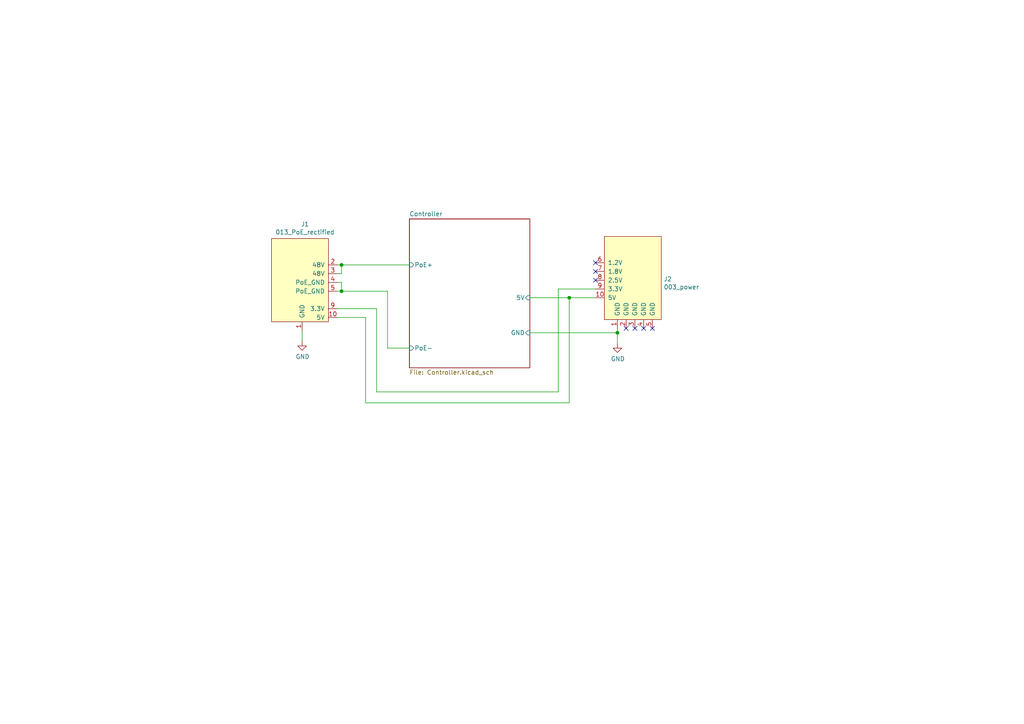
<source format=kicad_sch>
(kicad_sch (version 20211123) (generator eeschema)

  (uuid c201e1b2-fc01-4110-bdaa-a33290468c83)

  (paper "A4")

  (lib_symbols
    (symbol "power:GND" (power) (pin_names (offset 0)) (in_bom yes) (on_board yes)
      (property "Reference" "#PWR" (id 0) (at 0 -6.35 0)
        (effects (font (size 1.27 1.27)) hide)
      )
      (property "Value" "GND" (id 1) (at 0 -3.81 0)
        (effects (font (size 1.27 1.27)))
      )
      (property "Footprint" "" (id 2) (at 0 0 0)
        (effects (font (size 1.27 1.27)) hide)
      )
      (property "Datasheet" "" (id 3) (at 0 0 0)
        (effects (font (size 1.27 1.27)) hide)
      )
      (property "ki_keywords" "power-flag" (id 4) (at 0 0 0)
        (effects (font (size 1.27 1.27)) hide)
      )
      (property "ki_description" "Power symbol creates a global label with name \"GND\" , ground" (id 5) (at 0 0 0)
        (effects (font (size 1.27 1.27)) hide)
      )
      (symbol "GND_0_1"
        (polyline
          (pts
            (xy 0 0)
            (xy 0 -1.27)
            (xy 1.27 -1.27)
            (xy 0 -2.54)
            (xy -1.27 -1.27)
            (xy 0 -1.27)
          )
          (stroke (width 0) (type default) (color 0 0 0 0))
          (fill (type none))
        )
      )
      (symbol "GND_1_1"
        (pin power_in line (at 0 0 270) (length 0) hide
          (name "GND" (effects (font (size 1.27 1.27))))
          (number "1" (effects (font (size 1.27 1.27))))
        )
      )
    )
    (symbol "put_on_edge:003_power" (pin_names (offset 1.016)) (in_bom yes) (on_board yes)
      (property "Reference" "J" (id 0) (at -2.54 13.97 0)
        (effects (font (size 1.27 1.27)))
      )
      (property "Value" "003_power" (id 1) (at 8.89 13.97 0)
        (effects (font (size 1.27 1.27)))
      )
      (property "Footprint" "" (id 2) (at 7.62 16.51 0)
        (effects (font (size 1.27 1.27)) hide)
      )
      (property "Datasheet" "" (id 3) (at 7.62 16.51 0)
        (effects (font (size 1.27 1.27)) hide)
      )
      (symbol "003_power_0_1"
        (rectangle (start -8.89 12.7) (end 7.62 -11.43)
          (stroke (width 0) (type default) (color 0 0 0 0))
          (fill (type background))
        )
      )
      (symbol "003_power_1_1"
        (pin power_in line (at -5.08 -13.97 90) (length 2.54)
          (name "GND" (effects (font (size 1.27 1.27))))
          (number "1" (effects (font (size 1.27 1.27))))
        )
        (pin power_out line (at -11.43 -5.08 0) (length 2.54)
          (name "5V" (effects (font (size 1.27 1.27))))
          (number "10" (effects (font (size 1.27 1.27))))
        )
        (pin power_in line (at -2.54 -13.97 90) (length 2.54)
          (name "GND" (effects (font (size 1.27 1.27))))
          (number "2" (effects (font (size 1.27 1.27))))
        )
        (pin power_in line (at 0 -13.97 90) (length 2.54)
          (name "GND" (effects (font (size 1.27 1.27))))
          (number "3" (effects (font (size 1.27 1.27))))
        )
        (pin power_in line (at 2.54 -13.97 90) (length 2.54)
          (name "GND" (effects (font (size 1.27 1.27))))
          (number "4" (effects (font (size 1.27 1.27))))
        )
        (pin power_in line (at 5.08 -13.97 90) (length 2.54)
          (name "GND" (effects (font (size 1.27 1.27))))
          (number "5" (effects (font (size 1.27 1.27))))
        )
        (pin power_out line (at -11.43 5.08 0) (length 2.54)
          (name "1.2V" (effects (font (size 1.27 1.27))))
          (number "6" (effects (font (size 1.27 1.27))))
        )
        (pin power_out line (at -11.43 2.54 0) (length 2.54)
          (name "1.8V" (effects (font (size 1.27 1.27))))
          (number "7" (effects (font (size 1.27 1.27))))
        )
        (pin power_out line (at -11.43 0 0) (length 2.54)
          (name "2.5V" (effects (font (size 1.27 1.27))))
          (number "8" (effects (font (size 1.27 1.27))))
        )
        (pin power_out line (at -11.43 -2.54 0) (length 2.54)
          (name "3.3V" (effects (font (size 1.27 1.27))))
          (number "9" (effects (font (size 1.27 1.27))))
        )
      )
    )
    (symbol "put_on_edge:013_PoE_rectified" (pin_names (offset 1.016)) (in_bom yes) (on_board yes)
      (property "Reference" "J" (id 0) (at -2.54 13.97 0)
        (effects (font (size 1.27 1.27)))
      )
      (property "Value" "013_PoE_rectified" (id 1) (at 8.89 13.97 0)
        (effects (font (size 1.27 1.27)))
      )
      (property "Footprint" "" (id 2) (at 7.62 16.51 0)
        (effects (font (size 1.27 1.27)) hide)
      )
      (property "Datasheet" "" (id 3) (at 7.62 16.51 0)
        (effects (font (size 1.27 1.27)) hide)
      )
      (symbol "013_PoE_rectified_0_1"
        (rectangle (start -8.89 12.7) (end 7.62 -11.43)
          (stroke (width 0) (type default) (color 0 0 0 0))
          (fill (type background))
        )
      )
      (symbol "013_PoE_rectified_1_1"
        (pin power_in line (at -1.27 -13.97 90) (length 2.54)
          (name "GND" (effects (font (size 1.27 1.27))))
          (number "1" (effects (font (size 1.27 1.27))))
        )
        (pin power_in line (at -11.43 -10.16 0) (length 2.54)
          (name "5V" (effects (font (size 1.27 1.27))))
          (number "10" (effects (font (size 1.27 1.27))))
        )
        (pin bidirectional line (at -11.43 5.08 0) (length 2.54)
          (name "48V" (effects (font (size 1.27 1.27))))
          (number "2" (effects (font (size 1.27 1.27))))
        )
        (pin bidirectional line (at -11.43 2.54 0) (length 2.54)
          (name "48V" (effects (font (size 1.27 1.27))))
          (number "3" (effects (font (size 1.27 1.27))))
        )
        (pin power_in line (at -11.43 0 0) (length 2.54)
          (name "PoE_GND" (effects (font (size 1.27 1.27))))
          (number "4" (effects (font (size 1.27 1.27))))
        )
        (pin power_in line (at -11.43 -2.54 0) (length 2.54)
          (name "PoE_GND" (effects (font (size 1.27 1.27))))
          (number "5" (effects (font (size 1.27 1.27))))
        )
        (pin power_in line (at -11.43 -7.62 0) (length 2.54)
          (name "3.3V" (effects (font (size 1.27 1.27))))
          (number "9" (effects (font (size 1.27 1.27))))
        )
      )
    )
  )

  (junction (at 165.1 86.36) (diameter 0) (color 0 0 0 0)
    (uuid 0650f5fd-0c26-48ed-845d-760be4f30f4b)
  )
  (junction (at 99.06 84.455) (diameter 0) (color 0 0 0 0)
    (uuid 2084fcad-f612-4596-867e-5c3d1fd9e7eb)
  )
  (junction (at 99.06 76.835) (diameter 0) (color 0 0 0 0)
    (uuid 8d55e186-3e11-40e8-a65e-b36a8a00069e)
  )
  (junction (at 179.07 96.52) (diameter 0) (color 0 0 0 0)
    (uuid cd443d26-6c7c-4e71-b99b-53bd501e21ba)
  )

  (no_connect (at 189.23 95.25) (uuid 0631e34b-517d-420e-b7d8-cdbf1050e98f))
  (no_connect (at 186.69 95.25) (uuid 0631e34b-517d-420e-b7d8-cdbf1050e990))
  (no_connect (at 184.15 95.25) (uuid 0631e34b-517d-420e-b7d8-cdbf1050e991))
  (no_connect (at 181.61 95.25) (uuid 0631e34b-517d-420e-b7d8-cdbf1050e992))
  (no_connect (at 172.72 78.74) (uuid 46918595-4a45-48e8-84c0-961b4db7f35f))
  (no_connect (at 172.72 81.28) (uuid 9ccf03e8-755a-4cd9-96fc-30e1d08fa253))
  (no_connect (at 172.72 76.2) (uuid a795f1ba-cdd5-4cc5-9a52-08586e982934))

  (wire (pts (xy 99.06 81.915) (xy 99.06 84.455))
    (stroke (width 0) (type default) (color 0 0 0 0))
    (uuid 04583759-185d-42cf-a1b3-d7ee6e481328)
  )
  (wire (pts (xy 118.745 100.965) (xy 112.395 100.965))
    (stroke (width 0) (type default) (color 0 0 0 0))
    (uuid 0c6998bf-c503-4af2-b983-c8c98f1d236b)
  )
  (wire (pts (xy 179.07 96.52) (xy 179.07 99.695))
    (stroke (width 0) (type default) (color 0 0 0 0))
    (uuid 1178acb4-41e3-4576-80e5-7e09976be2d1)
  )
  (wire (pts (xy 99.06 76.835) (xy 118.745 76.835))
    (stroke (width 0) (type default) (color 0 0 0 0))
    (uuid 120a7b0f-ddfd-4447-85c1-35665465acdb)
  )
  (wire (pts (xy 97.79 79.375) (xy 99.06 79.375))
    (stroke (width 0) (type default) (color 0 0 0 0))
    (uuid 13475e15-f37c-4de8-857e-1722b0c39513)
  )
  (wire (pts (xy 179.07 96.52) (xy 179.07 95.25))
    (stroke (width 0) (type default) (color 0 0 0 0))
    (uuid 13abf99d-5265-4779-8973-e94370fd18ff)
  )
  (wire (pts (xy 165.1 116.84) (xy 165.1 86.36))
    (stroke (width 0) (type default) (color 0 0 0 0))
    (uuid 1b1e90e1-6ca4-48eb-9ca3-58bee11885da)
  )
  (wire (pts (xy 99.06 79.375) (xy 99.06 76.835))
    (stroke (width 0) (type default) (color 0 0 0 0))
    (uuid 2732632c-4768-42b6-bf7f-14643424019e)
  )
  (wire (pts (xy 161.925 113.665) (xy 161.925 83.82))
    (stroke (width 0) (type default) (color 0 0 0 0))
    (uuid 2f7e88e5-0791-4cfe-bc2d-864f8332fa9a)
  )
  (wire (pts (xy 97.79 81.915) (xy 99.06 81.915))
    (stroke (width 0) (type default) (color 0 0 0 0))
    (uuid 365c1147-591e-44ab-a135-b5bb1bc0de0a)
  )
  (wire (pts (xy 97.79 92.075) (xy 106.045 92.075))
    (stroke (width 0) (type default) (color 0 0 0 0))
    (uuid 3c07a53b-0fcc-4caa-abf5-c80c7102122e)
  )
  (wire (pts (xy 112.395 100.965) (xy 112.395 84.455))
    (stroke (width 0) (type default) (color 0 0 0 0))
    (uuid 48a0dca0-cd53-428e-8687-ea991caa70b4)
  )
  (wire (pts (xy 97.79 89.535) (xy 109.22 89.535))
    (stroke (width 0) (type default) (color 0 0 0 0))
    (uuid 4efef90f-bd74-4f9c-805e-fdc93ff3cda5)
  )
  (wire (pts (xy 106.045 92.075) (xy 106.045 116.84))
    (stroke (width 0) (type default) (color 0 0 0 0))
    (uuid 5bbdb319-ae38-438c-aeea-fcc3a1449560)
  )
  (wire (pts (xy 179.07 96.52) (xy 153.67 96.52))
    (stroke (width 0) (type default) (color 0 0 0 0))
    (uuid 6e105729-aba0-497c-a99e-c32d2b3ddb6d)
  )
  (wire (pts (xy 99.06 76.835) (xy 97.79 76.835))
    (stroke (width 0) (type default) (color 0 0 0 0))
    (uuid 854dd5d4-5fd2-4730-bd49-a9cd8299a065)
  )
  (wire (pts (xy 106.045 116.84) (xy 165.1 116.84))
    (stroke (width 0) (type default) (color 0 0 0 0))
    (uuid 8a92cc0c-40d1-4cd0-92a8-cb8fd603458d)
  )
  (wire (pts (xy 161.925 83.82) (xy 172.72 83.82))
    (stroke (width 0) (type default) (color 0 0 0 0))
    (uuid 9b03248e-7510-4504-849a-88b685b2224e)
  )
  (wire (pts (xy 87.63 95.885) (xy 87.63 99.06))
    (stroke (width 0) (type default) (color 0 0 0 0))
    (uuid 9ec87de3-5e6f-4e33-b3f6-135752f4aa1a)
  )
  (wire (pts (xy 99.06 84.455) (xy 97.79 84.455))
    (stroke (width 0) (type default) (color 0 0 0 0))
    (uuid b62bf043-48f2-4b40-b34f-bbf74d5deede)
  )
  (wire (pts (xy 153.67 86.36) (xy 165.1 86.36))
    (stroke (width 0) (type default) (color 0 0 0 0))
    (uuid c1d83899-e380-49f9-a87d-8e78bc089ebf)
  )
  (wire (pts (xy 109.22 89.535) (xy 109.22 113.665))
    (stroke (width 0) (type default) (color 0 0 0 0))
    (uuid c8f059e3-060c-476d-b884-71b8cf149642)
  )
  (wire (pts (xy 165.1 86.36) (xy 172.72 86.36))
    (stroke (width 0) (type default) (color 0 0 0 0))
    (uuid e2cd437e-40ba-4c7c-b8ef-302acbc4a1d0)
  )
  (wire (pts (xy 109.22 113.665) (xy 161.925 113.665))
    (stroke (width 0) (type default) (color 0 0 0 0))
    (uuid e395997d-303d-474a-ba96-fae84ba31292)
  )
  (wire (pts (xy 112.395 84.455) (xy 99.06 84.455))
    (stroke (width 0) (type default) (color 0 0 0 0))
    (uuid ed7a5507-8983-42fb-8f2e-ee20b79ce104)
  )

  (symbol (lib_id "put_on_edge:013_PoE_rectified") (at 86.36 81.915 0) (mirror y) (unit 1)
    (in_bom yes) (on_board yes)
    (uuid 00000000-0000-0000-0000-00006083a976)
    (property "Reference" "J1" (id 0) (at 88.4682 65.024 0))
    (property "Value" "013_PoE_rectified" (id 1) (at 88.4682 67.3354 0))
    (property "Footprint" "on_edge:on_edge_2x05_device" (id 2) (at 78.74 65.405 0)
      (effects (font (size 1.27 1.27)) hide)
    )
    (property "Datasheet" "" (id 3) (at 78.74 65.405 0)
      (effects (font (size 1.27 1.27)) hide)
    )
    (pin "1" (uuid 88016f71-1e82-4f81-8b78-f9f955b8f999))
    (pin "10" (uuid d69e844d-af12-4367-a0b7-819eb80cdbca))
    (pin "2" (uuid 1080c9d6-abd6-4dfc-b35f-fc4433037cdf))
    (pin "3" (uuid c50d6d45-acbd-41da-8eee-ed879a037d0f))
    (pin "4" (uuid e82879b1-7983-4342-85c0-816b129eca36))
    (pin "5" (uuid 3ea7cf9a-7cd7-40df-8747-1c9a94565946))
    (pin "9" (uuid 57265a40-8934-4aaa-89aa-51102df3da85))
  )

  (symbol (lib_id "power:GND") (at 179.07 99.695 0) (unit 1)
    (in_bom yes) (on_board yes)
    (uuid 00000000-0000-0000-0000-00006083e083)
    (property "Reference" "#PWR0103" (id 0) (at 179.07 106.045 0)
      (effects (font (size 1.27 1.27)) hide)
    )
    (property "Value" "GND" (id 1) (at 179.197 104.0892 0))
    (property "Footprint" "" (id 2) (at 179.07 99.695 0)
      (effects (font (size 1.27 1.27)) hide)
    )
    (property "Datasheet" "" (id 3) (at 179.07 99.695 0)
      (effects (font (size 1.27 1.27)) hide)
    )
    (pin "1" (uuid 4f0e50be-0a57-4491-920a-ba2ba731d912))
  )

  (symbol (lib_id "put_on_edge:003_power") (at 184.15 81.28 0) (unit 1)
    (in_bom yes) (on_board yes)
    (uuid 00000000-0000-0000-0000-0000609e43df)
    (property "Reference" "J2" (id 0) (at 192.4812 80.9498 0)
      (effects (font (size 1.27 1.27)) (justify left))
    )
    (property "Value" "003_power" (id 1) (at 192.4812 83.2612 0)
      (effects (font (size 1.27 1.27)) (justify left))
    )
    (property "Footprint" "on_edge:on_edge_2x05_host" (id 2) (at 191.77 64.77 0)
      (effects (font (size 1.27 1.27)) hide)
    )
    (property "Datasheet" "" (id 3) (at 191.77 64.77 0)
      (effects (font (size 1.27 1.27)) hide)
    )
    (pin "1" (uuid 9f87cf06-301f-4a20-87b4-d74783cac74d))
    (pin "10" (uuid 8c54e534-a307-4dba-9183-66c54b048a47))
    (pin "2" (uuid 6a15f517-8cc8-4d42-aaa4-3437a91011ef))
    (pin "3" (uuid 56436916-a20e-46de-98dc-e2c89c7eb748))
    (pin "4" (uuid 20444f97-e45b-469f-a7d2-1b5236c48be7))
    (pin "5" (uuid f76c7da0-c369-4a60-aef9-41e7177d2a72))
    (pin "6" (uuid d0e74642-b451-4818-8635-6c6460d97fb7))
    (pin "7" (uuid 30d85a32-d0ad-4899-8850-d1d127a88999))
    (pin "8" (uuid 40d58b0e-552e-4a54-b994-307438ca7db1))
    (pin "9" (uuid 5f29633f-4a94-4e95-b9bc-1f5f986d7f65))
  )

  (symbol (lib_id "power:GND") (at 87.63 99.06 0) (unit 1)
    (in_bom yes) (on_board yes)
    (uuid f4690474-d154-4248-b217-fb80756fd03f)
    (property "Reference" "#PWR0101" (id 0) (at 87.63 105.41 0)
      (effects (font (size 1.27 1.27)) hide)
    )
    (property "Value" "GND" (id 1) (at 87.757 103.4542 0))
    (property "Footprint" "" (id 2) (at 87.63 99.06 0)
      (effects (font (size 1.27 1.27)) hide)
    )
    (property "Datasheet" "" (id 3) (at 87.63 99.06 0)
      (effects (font (size 1.27 1.27)) hide)
    )
    (pin "1" (uuid 233c2315-d09c-425c-8d31-13dac9ec04c8))
  )

  (sheet (at 118.745 63.5) (size 34.925 43.18) (fields_autoplaced)
    (stroke (width 0) (type solid) (color 0 0 0 0))
    (fill (color 0 0 0 0.0000))
    (uuid 00000000-0000-0000-0000-00006083c3a8)
    (property "Sheet name" "Controller" (id 0) (at 118.745 62.7884 0)
      (effects (font (size 1.27 1.27)) (justify left bottom))
    )
    (property "Sheet file" "Controller.kicad_sch" (id 1) (at 118.745 107.2646 0)
      (effects (font (size 1.27 1.27)) (justify left top))
    )
    (pin "PoE-" input (at 118.745 100.965 180)
      (effects (font (size 1.27 1.27)) (justify left))
      (uuid 67621f9e-0a6a-4778-ad69-04dcf300659c)
    )
    (pin "PoE+" input (at 118.745 76.835 180)
      (effects (font (size 1.27 1.27)) (justify left))
      (uuid 128e34ce-eee7-477d-b905-a493e98db783)
    )
    (pin "5V" input (at 153.67 86.36 0)
      (effects (font (size 1.27 1.27)) (justify right))
      (uuid c801d42e-dd94-493e-bd2f-6c3ddad43f55)
    )
    (pin "GND" input (at 153.67 96.52 0)
      (effects (font (size 1.27 1.27)) (justify right))
      (uuid 3172f2e2-18d2-4a80-ae30-5707b3409798)
    )
  )

  (sheet_instances
    (path "/" (page "1"))
    (path "/00000000-0000-0000-0000-00006083c3a8" (page "2"))
  )

  (symbol_instances
    (path "/f4690474-d154-4248-b217-fb80756fd03f"
      (reference "#PWR0101") (unit 1) (value "GND") (footprint "")
    )
    (path "/00000000-0000-0000-0000-00006083e083"
      (reference "#PWR0103") (unit 1) (value "GND") (footprint "")
    )
    (path "/00000000-0000-0000-0000-00006083c3a8/00000000-0000-0000-0000-000060a06e25"
      (reference "C1") (unit 1) (value "100nF") (footprint "Capacitor_SMD:C_0603_1608Metric")
    )
    (path "/00000000-0000-0000-0000-00006083c3a8/00000000-0000-0000-0000-000060a1ec7f"
      (reference "C2") (unit 1) (value "1uF") (footprint "Capacitor_SMD:C_0402_1005Metric")
    )
    (path "/00000000-0000-0000-0000-00006083c3a8/00000000-0000-0000-0000-000060bc6c5f"
      (reference "C3") (unit 1) (value "2.2uF") (footprint "Capacitor_SMD:C_1206_3216Metric")
    )
    (path "/00000000-0000-0000-0000-00006083c3a8/00000000-0000-0000-0000-000060a50237"
      (reference "C10") (unit 1) (value "22uF") (footprint "Capacitor_SMD:C_0603_1608Metric")
    )
    (path "/00000000-0000-0000-0000-00006083c3a8/00000000-0000-0000-0000-000060b4780e"
      (reference "D1") (unit 1) (value "DSS110U") (footprint "Diode_SMD:D_SOD-323F")
    )
    (path "/00000000-0000-0000-0000-00006083a976"
      (reference "J1") (unit 1) (value "013_PoE_rectified") (footprint "on_edge:on_edge_2x05_device")
    )
    (path "/00000000-0000-0000-0000-0000609e43df"
      (reference "J2") (unit 1) (value "003_power") (footprint "on_edge:on_edge_2x05_host")
    )
    (path "/00000000-0000-0000-0000-00006083c3a8/00000000-0000-0000-0000-000060b44b88"
      (reference "L1") (unit 1) (value "22uH") (footprint "Inductor_SMD:L_Taiyo-Yuden_NR-30xx")
    )
    (path "/00000000-0000-0000-0000-00006083c3a8/00000000-0000-0000-0000-000060a2d39d"
      (reference "R1") (unit 1) (value "59k") (footprint "Resistor_SMD:R_0402_1005Metric")
    )
    (path "/00000000-0000-0000-0000-00006083c3a8/00000000-0000-0000-0000-000060a2d79d"
      (reference "R2") (unit 1) (value "100k") (footprint "Resistor_SMD:R_0402_1005Metric")
    )
    (path "/00000000-0000-0000-0000-00006083c3a8/00000000-0000-0000-0000-000060a08fa6"
      (reference "R3") (unit 1) (value "41.2R") (footprint "Resistor_SMD:R_0402_1005Metric")
    )
    (path "/00000000-0000-0000-0000-00006083c3a8/00000000-0000-0000-0000-000060a0839d"
      (reference "R4") (unit 1) (value "24.9k") (footprint "Resistor_SMD:R_0402_1005Metric")
    )
    (path "/00000000-0000-0000-0000-00006083c3a8/00000000-0000-0000-0000-000060a2372f"
      (reference "R5") (unit 1) (value "100k") (footprint "Resistor_SMD:R_0402_1005Metric")
    )
    (path "/00000000-0000-0000-0000-00006083c3a8/00000000-0000-0000-0000-000060a0318a"
      (reference "U1") (unit 1) (value "MP8007") (footprint "Package_DFN_QFN:QFN-28-1EP_4x5mm_P0.5mm_EP2.65x3.65mm_ThermalVias")
    )
  )
)

</source>
